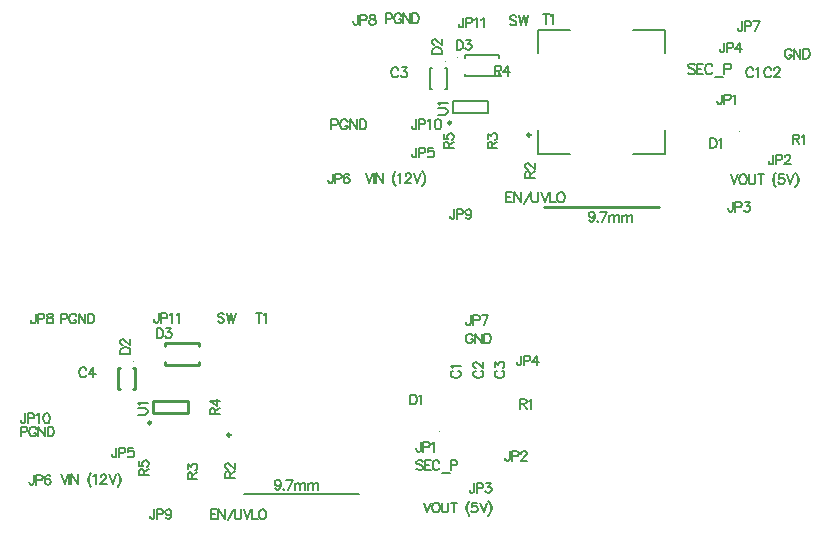
<source format=gto>
G04*
<<<<<<< HEAD
G04 #@! TF.GenerationSoftware,Altium Limited,Altium Designer,22.2.1 (43)*
=======
G04 #@! TF.GenerationSoftware,Altium Limited,Altium Designer,20.2.6 (244)*
>>>>>>> 4e0b3683575d4fa8bc2fa5a38cc8482e5bfbb278
G04*
G04 Layer_Color=65535*
%FSLAX25Y25*%
%MOIN*%
G70*
G04*
<<<<<<< HEAD
G04 #@! TF.SameCoordinates,349ACB13-1475-4CFD-A425-034749F407B6*
=======
G04 #@! TF.SameCoordinates,39F16B55-C1F7-43D0-B861-395FF0F2765C*
>>>>>>> 4e0b3683575d4fa8bc2fa5a38cc8482e5bfbb278
G04*
G04*
G04 #@! TF.FilePolarity,Positive*
G04*
G01*
G75*
%ADD10C,0.00984*%
%ADD11C,0.00394*%
<<<<<<< HEAD
%ADD12C,0.01000*%
%ADD13C,0.00787*%
%ADD14C,0.00620*%
D10*
X71713Y32622D02*
G03*
X71713Y32622I-492J0D01*
G01*
X45264Y36685D02*
G03*
X45264Y36685I-492J0D01*
G01*
D11*
X141374Y33811D02*
G03*
X141374Y33811I-197J0D01*
G01*
X47528Y62354D02*
G03*
X47528Y62354I-197J0D01*
G01*
X39425Y57039D02*
G03*
X39425Y57039I-197J0D01*
G01*
D12*
X76378Y12992D02*
X114567D01*
D13*
X61209Y56055D02*
Y56842D01*
X49791Y56055D02*
Y56842D01*
X61209Y62354D02*
Y63142D01*
X49791Y62354D02*
Y63142D01*
Y56055D02*
X61209D01*
X49791Y63142D02*
X61209D01*
X45854Y43968D02*
X57665D01*
X45854Y40031D02*
X57665D01*
Y43968D01*
X45854Y40031D02*
Y43968D01*
X39819Y47787D02*
Y54874D01*
X34307Y47787D02*
Y54874D01*
X39228D02*
X39819D01*
X39228Y47787D02*
X39819D01*
X34307Y54874D02*
X34898D01*
X34307Y47787D02*
X34898D01*
D14*
X81315Y73263D02*
Y70044D01*
X80242Y73263D02*
X82388D01*
X82771Y72650D02*
X83078Y72803D01*
X83538Y73263D01*
Y70044D01*
X88440Y16546D02*
X88286Y16086D01*
X87980Y15779D01*
X87520Y15626D01*
X87367D01*
X86907Y15779D01*
X86600Y16086D01*
X86447Y16546D01*
Y16699D01*
X86600Y17159D01*
X86907Y17466D01*
X87367Y17619D01*
X87520D01*
X87980Y17466D01*
X88286Y17159D01*
X88440Y16546D01*
Y15779D01*
X88286Y15013D01*
X87980Y14553D01*
X87520Y14400D01*
X87213D01*
X86753Y14553D01*
X86600Y14859D01*
X89467Y14706D02*
X89314Y14553D01*
X89467Y14400D01*
X89620Y14553D01*
X89467Y14706D01*
X92471Y17619D02*
X90939Y14400D01*
X90325Y17619D02*
X92471D01*
X93192Y16546D02*
Y14400D01*
Y15933D02*
X93652Y16392D01*
X93958Y16546D01*
X94418D01*
X94725Y16392D01*
X94878Y15933D01*
Y14400D01*
Y15933D02*
X95338Y16392D01*
X95645Y16546D01*
X96105D01*
X96411Y16392D01*
X96565Y15933D01*
Y14400D01*
X97576Y16546D02*
Y14400D01*
Y15933D02*
X98036Y16392D01*
X98343Y16546D01*
X98803D01*
X99109Y16392D01*
X99263Y15933D01*
Y14400D01*
Y15933D02*
X99723Y16392D01*
X100029Y16546D01*
X100489D01*
X100796Y16392D01*
X100949Y15933D01*
Y14400D01*
X135837Y23744D02*
X135530Y24050D01*
X135071Y24204D01*
X134457D01*
X133997Y24050D01*
X133691Y23744D01*
Y23437D01*
X133844Y23131D01*
X133997Y22977D01*
X134304Y22824D01*
X135224Y22517D01*
X135530Y22364D01*
X135684Y22211D01*
X135837Y21904D01*
Y21444D01*
X135530Y21138D01*
X135071Y20984D01*
X134457D01*
X133997Y21138D01*
X133691Y21444D01*
X138550Y24204D02*
X136558D01*
Y20984D01*
X138550D01*
X136558Y22671D02*
X137784D01*
X141386Y23437D02*
X141233Y23744D01*
X140927Y24050D01*
X140620Y24204D01*
X140007D01*
X139700Y24050D01*
X139394Y23744D01*
X139240Y23437D01*
X139087Y22977D01*
Y22211D01*
X139240Y21751D01*
X139394Y21444D01*
X139700Y21138D01*
X140007Y20984D01*
X140620D01*
X140927Y21138D01*
X141233Y21444D01*
X141386Y21751D01*
X142291Y19911D02*
X144744D01*
X145158Y22517D02*
X146537D01*
X146997Y22671D01*
X147151Y22824D01*
X147304Y23131D01*
Y23591D01*
X147151Y23897D01*
X146997Y24050D01*
X146537Y24204D01*
X145158D01*
Y20984D01*
X131648Y46098D02*
Y42878D01*
Y46098D02*
X132721D01*
X133181Y45944D01*
X133488Y45638D01*
X133641Y45331D01*
X133794Y44871D01*
Y44105D01*
X133641Y43645D01*
X133488Y43338D01*
X133181Y43032D01*
X132721Y42878D01*
X131648D01*
X134515Y45485D02*
X134821Y45638D01*
X135281Y46098D01*
Y42878D01*
X160574Y53955D02*
X160268Y53802D01*
X159961Y53495D01*
X159808Y53189D01*
Y52575D01*
X159961Y52269D01*
X160268Y51962D01*
X160574Y51809D01*
X161034Y51656D01*
X161801D01*
X162260Y51809D01*
X162567Y51962D01*
X162874Y52269D01*
X163027Y52575D01*
Y53189D01*
X162874Y53495D01*
X162567Y53802D01*
X162260Y53955D01*
X159808Y55166D02*
Y56853D01*
X161034Y55933D01*
Y56393D01*
X161187Y56699D01*
X161341Y56853D01*
X161801Y57006D01*
X162107D01*
X162567Y56853D01*
X162874Y56546D01*
X163027Y56086D01*
Y55626D01*
X162874Y55166D01*
X162720Y55013D01*
X162414Y54860D01*
X151759Y72476D02*
Y70023D01*
X151606Y69563D01*
X151453Y69410D01*
X151146Y69257D01*
X150839D01*
X150533Y69410D01*
X150380Y69563D01*
X150226Y70023D01*
Y70330D01*
X152587Y70789D02*
X153967D01*
X154427Y70943D01*
X154580Y71096D01*
X154733Y71403D01*
Y71863D01*
X154580Y72169D01*
X154427Y72322D01*
X153967Y72476D01*
X152587D01*
Y69257D01*
X157600Y72476D02*
X156067Y69257D01*
X155454Y72476D02*
X157600D01*
X152964Y16570D02*
Y14118D01*
X152811Y13658D01*
X152658Y13504D01*
X152351Y13351D01*
X152044D01*
X151738Y13504D01*
X151584Y13658D01*
X151431Y14118D01*
Y14424D01*
X153792Y14884D02*
X155172D01*
X155632Y15037D01*
X155785Y15191D01*
X155938Y15497D01*
Y15957D01*
X155785Y16264D01*
X155632Y16417D01*
X155172Y16570D01*
X153792D01*
Y13351D01*
X156965Y16570D02*
X158652D01*
X157732Y15344D01*
X158192D01*
X158498Y15191D01*
X158652Y15037D01*
X158805Y14577D01*
Y14271D01*
X158652Y13811D01*
X158345Y13504D01*
X157885Y13351D01*
X157425D01*
X156965Y13504D01*
X156812Y13658D01*
X156659Y13964D01*
X1801Y33649D02*
X3181D01*
X3641Y33802D01*
X3794Y33956D01*
X3947Y34262D01*
Y34722D01*
X3794Y35029D01*
X3641Y35182D01*
X3181Y35335D01*
X1801D01*
Y32116D01*
X6967Y34569D02*
X6814Y34876D01*
X6507Y35182D01*
X6201Y35335D01*
X5588D01*
X5281Y35182D01*
X4974Y34876D01*
X4821Y34569D01*
X4668Y34109D01*
Y33342D01*
X4821Y32883D01*
X4974Y32576D01*
X5281Y32269D01*
X5588Y32116D01*
X6201D01*
X6507Y32269D01*
X6814Y32576D01*
X6967Y32883D01*
Y33342D01*
X6201D02*
X6967D01*
X7703Y35335D02*
Y32116D01*
Y35335D02*
X9849Y32116D01*
Y35335D02*
Y32116D01*
X10739Y35335D02*
Y32116D01*
Y35335D02*
X11812D01*
X12271Y35182D01*
X12578Y34876D01*
X12731Y34569D01*
X12885Y34109D01*
Y33342D01*
X12731Y32883D01*
X12578Y32576D01*
X12271Y32269D01*
X11812Y32116D01*
X10739D01*
X33725Y28381D02*
Y25929D01*
X33571Y25469D01*
X33418Y25315D01*
X33112Y25162D01*
X32805D01*
X32498Y25315D01*
X32345Y25469D01*
X32192Y25929D01*
Y26235D01*
X34553Y26695D02*
X35932D01*
X36392Y26848D01*
X36546Y27002D01*
X36699Y27308D01*
Y27768D01*
X36546Y28075D01*
X36392Y28228D01*
X35932Y28381D01*
X34553D01*
Y25162D01*
X39259Y28381D02*
X37726D01*
X37573Y27002D01*
X37726Y27155D01*
X38186Y27308D01*
X38646D01*
X39106Y27155D01*
X39412Y26848D01*
X39566Y26388D01*
Y26082D01*
X39412Y25622D01*
X39106Y25315D01*
X38646Y25162D01*
X38186D01*
X37726Y25315D01*
X37573Y25469D01*
X37419Y25775D01*
X47100Y68145D02*
Y64926D01*
Y68145D02*
X48173D01*
X48633Y67992D01*
X48939Y67685D01*
X49093Y67379D01*
X49246Y66919D01*
Y66152D01*
X49093Y65692D01*
X48939Y65386D01*
X48633Y65079D01*
X48173Y64926D01*
X47100D01*
X50273Y68145D02*
X51960D01*
X51040Y66919D01*
X51500D01*
X51806Y66765D01*
X51960Y66612D01*
X52113Y66152D01*
Y65846D01*
X51960Y65386D01*
X51653Y65079D01*
X51193Y64926D01*
X50733D01*
X50273Y65079D01*
X50120Y65232D01*
X49967Y65539D01*
X6191Y19249D02*
Y16797D01*
X6037Y16337D01*
X5884Y16183D01*
X5577Y16030D01*
X5271D01*
X4964Y16183D01*
X4811Y16337D01*
X4657Y16797D01*
Y17103D01*
X7018Y17563D02*
X8398D01*
X8858Y17716D01*
X9011Y17870D01*
X9165Y18176D01*
Y18636D01*
X9011Y18943D01*
X8858Y19096D01*
X8398Y19249D01*
X7018D01*
Y16030D01*
X11725Y18789D02*
X11571Y19096D01*
X11111Y19249D01*
X10805D01*
X10345Y19096D01*
X10038Y18636D01*
X9885Y17870D01*
Y17103D01*
X10038Y16490D01*
X10345Y16183D01*
X10805Y16030D01*
X10958D01*
X11418Y16183D01*
X11725Y16490D01*
X11878Y16950D01*
Y17103D01*
X11725Y17563D01*
X11418Y17870D01*
X10958Y18023D01*
X10805D01*
X10345Y17870D01*
X10038Y17563D01*
X9885Y17103D01*
X15187Y19479D02*
X16413Y16260D01*
X17640Y19479D02*
X16413Y16260D01*
X18054Y19479D02*
Y16260D01*
X18728Y19479D02*
Y16260D01*
Y19479D02*
X20874Y16260D01*
Y19479D02*
Y16260D01*
X25366Y20092D02*
X25060Y19786D01*
X24753Y19326D01*
X24446Y18713D01*
X24293Y17946D01*
Y17333D01*
X24446Y16567D01*
X24753Y15953D01*
X25060Y15494D01*
X25366Y15187D01*
X25060Y19786D02*
X24753Y19173D01*
X24600Y18713D01*
X24446Y17946D01*
Y17333D01*
X24600Y16567D01*
X24753Y16107D01*
X25060Y15494D01*
X25979Y18866D02*
X26286Y19019D01*
X26746Y19479D01*
Y16260D01*
X28493Y18713D02*
Y18866D01*
X28647Y19173D01*
X28800Y19326D01*
X29107Y19479D01*
X29720D01*
X30026Y19326D01*
X30180Y19173D01*
X30333Y18866D01*
Y18560D01*
X30180Y18253D01*
X29873Y17793D01*
X28340Y16260D01*
X30486D01*
X31207Y19479D02*
X32433Y16260D01*
X33660Y19479D02*
X32433Y16260D01*
X34074Y20092D02*
X34380Y19786D01*
X34687Y19326D01*
X34993Y18713D01*
X35147Y17946D01*
Y17333D01*
X34993Y16567D01*
X34687Y15953D01*
X34380Y15494D01*
X34074Y15187D01*
X34380Y19786D02*
X34687Y19173D01*
X34840Y18713D01*
X34993Y17946D01*
Y17333D01*
X34840Y16567D01*
X34687Y16107D01*
X34380Y15494D01*
X23563Y54387D02*
X23410Y54693D01*
X23104Y55000D01*
X22797Y55153D01*
X22184D01*
X21877Y55000D01*
X21571Y54693D01*
X21417Y54387D01*
X21264Y53927D01*
Y53160D01*
X21417Y52700D01*
X21571Y52394D01*
X21877Y52087D01*
X22184Y51934D01*
X22797D01*
X23104Y52087D01*
X23410Y52394D01*
X23563Y52700D01*
X26001Y55153D02*
X24468Y53007D01*
X26768D01*
X26001Y55153D02*
Y51934D01*
X67180Y7842D02*
X65187D01*
Y4623D01*
X67180D01*
X65187Y6310D02*
X66413D01*
X67716Y7842D02*
Y4623D01*
Y7842D02*
X69863Y4623D01*
Y7842D02*
Y4623D01*
X70752Y4163D02*
X72898Y7842D01*
X73113D02*
Y5543D01*
X73266Y5083D01*
X73572Y4777D01*
X74032Y4623D01*
X74339D01*
X74799Y4777D01*
X75106Y5083D01*
X75259Y5543D01*
Y7842D01*
X76148D02*
X77374Y4623D01*
X78601Y7842D02*
X77374Y4623D01*
X79015Y7842D02*
Y4623D01*
X80854D01*
X82127Y7842D02*
X81820Y7689D01*
X81513Y7383D01*
X81360Y7076D01*
X81207Y6616D01*
Y5850D01*
X81360Y5390D01*
X81513Y5083D01*
X81820Y4777D01*
X82127Y4623D01*
X82740D01*
X83047Y4777D01*
X83353Y5083D01*
X83506Y5390D01*
X83660Y5850D01*
Y6616D01*
X83506Y7076D01*
X83353Y7383D01*
X83047Y7689D01*
X82740Y7842D01*
X82127D01*
X64926Y39543D02*
X68145D01*
X64926D02*
Y40923D01*
X65079Y41383D01*
X65232Y41536D01*
X65539Y41689D01*
X65846D01*
X66152Y41536D01*
X66306Y41383D01*
X66459Y40923D01*
Y39543D01*
Y40616D02*
X68145Y41689D01*
X64926Y43943D02*
X67072Y42410D01*
Y44709D01*
X64926Y43943D02*
X68145D01*
X69695Y72803D02*
X69389Y73110D01*
X68929Y73263D01*
X68316D01*
X67856Y73110D01*
X67549Y72803D01*
Y72497D01*
X67702Y72190D01*
X67856Y72037D01*
X68162Y71883D01*
X69082Y71577D01*
X69389Y71424D01*
X69542Y71270D01*
X69695Y70964D01*
Y70504D01*
X69389Y70197D01*
X68929Y70044D01*
X68316D01*
X67856Y70197D01*
X67549Y70504D01*
X70416Y73263D02*
X71182Y70044D01*
X71949Y73263D02*
X71182Y70044D01*
X71949Y73263D02*
X72715Y70044D01*
X73482Y73263D02*
X72715Y70044D01*
X47749Y73263D02*
Y70810D01*
X47596Y70350D01*
X47443Y70197D01*
X47136Y70044D01*
X46830D01*
X46523Y70197D01*
X46370Y70350D01*
X46216Y70810D01*
Y71117D01*
X48577Y71577D02*
X49957D01*
X50417Y71730D01*
X50570Y71883D01*
X50723Y72190D01*
Y72650D01*
X50570Y72957D01*
X50417Y73110D01*
X49957Y73263D01*
X48577D01*
Y70044D01*
X51444Y72650D02*
X51750Y72803D01*
X52210Y73263D01*
Y70044D01*
X53805Y72650D02*
X54111Y72803D01*
X54571Y73263D01*
Y70044D01*
X152526Y65671D02*
X152373Y65978D01*
X152066Y66284D01*
X151759Y66438D01*
X151146D01*
X150839Y66284D01*
X150533Y65978D01*
X150380Y65671D01*
X150226Y65211D01*
Y64445D01*
X150380Y63985D01*
X150533Y63678D01*
X150839Y63372D01*
X151146Y63218D01*
X151759D01*
X152066Y63372D01*
X152373Y63678D01*
X152526Y63985D01*
Y64445D01*
X151759D02*
X152526D01*
X153262Y66438D02*
Y63218D01*
Y66438D02*
X155408Y63218D01*
Y66438D02*
Y63218D01*
X156297Y66438D02*
Y63218D01*
Y66438D02*
X157370D01*
X157830Y66284D01*
X158137Y65978D01*
X158290Y65671D01*
X158443Y65211D01*
Y64445D01*
X158290Y63985D01*
X158137Y63678D01*
X157830Y63372D01*
X157370Y63218D01*
X156297D01*
X136147Y10030D02*
X137374Y6811D01*
X138600Y10030D02*
X137374Y6811D01*
X139934Y10030D02*
X139627Y9877D01*
X139321Y9571D01*
X139167Y9264D01*
X139014Y8804D01*
Y8038D01*
X139167Y7578D01*
X139321Y7271D01*
X139627Y6965D01*
X139934Y6811D01*
X140547D01*
X140854Y6965D01*
X141160Y7271D01*
X141313Y7578D01*
X141467Y8038D01*
Y8804D01*
X141313Y9264D01*
X141160Y9571D01*
X140854Y9877D01*
X140547Y10030D01*
X139934D01*
X142218D02*
Y7731D01*
X142371Y7271D01*
X142678Y6965D01*
X143138Y6811D01*
X143444D01*
X143904Y6965D01*
X144211Y7271D01*
X144364Y7731D01*
Y10030D01*
X146326D02*
Y6811D01*
X145253Y10030D02*
X147399D01*
X151385Y10644D02*
X151079Y10337D01*
X150772Y9877D01*
X150465Y9264D01*
X150312Y8497D01*
Y7884D01*
X150465Y7118D01*
X150772Y6505D01*
X151079Y6045D01*
X151385Y5738D01*
X151079Y10337D02*
X150772Y9724D01*
X150619Y9264D01*
X150465Y8497D01*
Y7884D01*
X150619Y7118D01*
X150772Y6658D01*
X151079Y6045D01*
X153838Y10030D02*
X152305D01*
X152152Y8651D01*
X152305Y8804D01*
X152765Y8957D01*
X153225D01*
X153685Y8804D01*
X153991Y8497D01*
X154145Y8038D01*
Y7731D01*
X153991Y7271D01*
X153685Y6965D01*
X153225Y6811D01*
X152765D01*
X152305Y6965D01*
X152152Y7118D01*
X151998Y7424D01*
X154865Y10030D02*
X156092Y6811D01*
X157318Y10030D02*
X156092Y6811D01*
X157732Y10644D02*
X158038Y10337D01*
X158345Y9877D01*
X158652Y9264D01*
X158805Y8497D01*
Y7884D01*
X158652Y7118D01*
X158345Y6505D01*
X158038Y6045D01*
X157732Y5738D01*
X158038Y10337D02*
X158345Y9724D01*
X158498Y9264D01*
X158652Y8497D01*
Y7884D01*
X158498Y7118D01*
X158345Y6658D01*
X158038Y6045D01*
X15187Y71327D02*
X16567D01*
X17027Y71480D01*
X17180Y71633D01*
X17333Y71940D01*
Y72400D01*
X17180Y72706D01*
X17027Y72860D01*
X16567Y73013D01*
X15187D01*
Y69794D01*
X20353Y72246D02*
X20200Y72553D01*
X19893Y72860D01*
X19587Y73013D01*
X18973D01*
X18667Y72860D01*
X18360Y72553D01*
X18207Y72246D01*
X18054Y71787D01*
Y71020D01*
X18207Y70560D01*
X18360Y70254D01*
X18667Y69947D01*
X18973Y69794D01*
X19587D01*
X19893Y69947D01*
X20200Y70254D01*
X20353Y70560D01*
Y71020D01*
X19587D02*
X20353D01*
X21089Y73013D02*
Y69794D01*
Y73013D02*
X23235Y69794D01*
Y73013D02*
Y69794D01*
X24124Y73013D02*
Y69794D01*
Y73013D02*
X25197D01*
X25657Y72860D01*
X25964Y72553D01*
X26117Y72246D01*
X26270Y71787D01*
Y71020D01*
X26117Y70560D01*
X25964Y70254D01*
X25657Y69947D01*
X25197Y69794D01*
X24124D01*
X6733Y73019D02*
Y70566D01*
X6580Y70107D01*
X6426Y69953D01*
X6120Y69800D01*
X5813D01*
X5507Y69953D01*
X5353Y70107D01*
X5200Y70566D01*
Y70873D01*
X7561Y71333D02*
X8941D01*
X9400Y71486D01*
X9554Y71640D01*
X9707Y71946D01*
Y72406D01*
X9554Y72713D01*
X9400Y72866D01*
X8941Y73019D01*
X7561D01*
Y69800D01*
X11194Y73019D02*
X10734Y72866D01*
X10581Y72559D01*
Y72253D01*
X10734Y71946D01*
X11041Y71793D01*
X11654Y71640D01*
X12114Y71486D01*
X12421Y71180D01*
X12574Y70873D01*
Y70413D01*
X12421Y70107D01*
X12267Y69953D01*
X11807Y69800D01*
X11194D01*
X10734Y69953D01*
X10581Y70107D01*
X10428Y70413D01*
Y70873D01*
X10581Y71180D01*
X10887Y71486D01*
X11347Y71640D01*
X11961Y71793D01*
X12267Y71946D01*
X12421Y72253D01*
Y72559D01*
X12267Y72866D01*
X11807Y73019D01*
X11194D01*
X168262Y44523D02*
Y41304D01*
Y44523D02*
X169642D01*
X170102Y44370D01*
X170255Y44216D01*
X170408Y43910D01*
Y43603D01*
X170255Y43297D01*
X170102Y43143D01*
X169642Y42990D01*
X168262D01*
X169335D02*
X170408Y41304D01*
X171129Y43910D02*
X171435Y44063D01*
X171895Y44523D01*
Y41304D01*
X135224Y30307D02*
Y27854D01*
X135071Y27394D01*
X134917Y27240D01*
X134611Y27087D01*
X134304D01*
X133997Y27240D01*
X133844Y27394D01*
X133691Y27854D01*
Y28160D01*
X136052Y28620D02*
X137431D01*
X137891Y28773D01*
X138045Y28927D01*
X138198Y29233D01*
Y29693D01*
X138045Y30000D01*
X137891Y30153D01*
X137431Y30307D01*
X136052D01*
Y27087D01*
X138918Y29693D02*
X139225Y29847D01*
X139685Y30307D01*
Y27087D01*
X153488Y53955D02*
X153181Y53802D01*
X152874Y53495D01*
X152721Y53189D01*
Y52575D01*
X152874Y52269D01*
X153181Y51962D01*
X153488Y51809D01*
X153947Y51656D01*
X154714D01*
X155174Y51809D01*
X155481Y51962D01*
X155787Y52269D01*
X155940Y52575D01*
Y53189D01*
X155787Y53495D01*
X155481Y53802D01*
X155174Y53955D01*
X153488Y55013D02*
X153334D01*
X153028Y55166D01*
X152874Y55319D01*
X152721Y55626D01*
Y56239D01*
X152874Y56546D01*
X153028Y56699D01*
X153334Y56853D01*
X153641D01*
X153947Y56699D01*
X154407Y56393D01*
X155940Y54860D01*
Y57006D01*
X146007Y53955D02*
X145701Y53802D01*
X145394Y53495D01*
X145241Y53189D01*
Y52575D01*
X145394Y52269D01*
X145701Y51962D01*
X146007Y51809D01*
X146467Y51656D01*
X147234D01*
X147694Y51809D01*
X148000Y51962D01*
X148307Y52269D01*
X148460Y52575D01*
Y53189D01*
X148307Y53495D01*
X148000Y53802D01*
X147694Y53955D01*
X145854Y54860D02*
X145701Y55166D01*
X145241Y55626D01*
X148460D01*
X40910Y39438D02*
X43209D01*
X43669Y39591D01*
X43976Y39898D01*
X44129Y40358D01*
Y40664D01*
X43976Y41124D01*
X43669Y41431D01*
X43209Y41584D01*
X40910D01*
X41523Y42473D02*
X41370Y42780D01*
X40910Y43240D01*
X44129D01*
X41304Y19147D02*
X44523D01*
X41304D02*
Y20527D01*
X41457Y20987D01*
X41610Y21140D01*
X41917Y21293D01*
X42224D01*
X42530Y21140D01*
X42683Y20987D01*
X42837Y20527D01*
Y19147D01*
Y20220D02*
X44523Y21293D01*
X41304Y23853D02*
Y22320D01*
X42683Y22167D01*
X42530Y22320D01*
X42377Y22780D01*
Y23240D01*
X42530Y23700D01*
X42837Y24007D01*
X43297Y24160D01*
X43603D01*
X44063Y24007D01*
X44370Y23700D01*
X44523Y23240D01*
Y22780D01*
X44370Y22320D01*
X44216Y22167D01*
X43910Y22014D01*
X57446Y17966D02*
X60665D01*
X57446D02*
Y19346D01*
X57599Y19806D01*
X57752Y19959D01*
X58059Y20112D01*
X58365D01*
X58672Y19959D01*
X58825Y19806D01*
X58978Y19346D01*
Y17966D01*
Y19039D02*
X60665Y20112D01*
X57446Y21139D02*
Y22826D01*
X58672Y21906D01*
Y22366D01*
X58825Y22672D01*
X58978Y22826D01*
X59438Y22979D01*
X59745D01*
X60205Y22826D01*
X60511Y22519D01*
X60665Y22059D01*
Y21599D01*
X60511Y21139D01*
X60358Y20986D01*
X60052Y20833D01*
X70044Y18360D02*
X73263D01*
X70044D02*
Y19739D01*
X70197Y20199D01*
X70350Y20353D01*
X70657Y20506D01*
X70964D01*
X71270Y20353D01*
X71424Y20199D01*
X71577Y19739D01*
Y18360D01*
Y19433D02*
X73263Y20506D01*
X70810Y21380D02*
X70657D01*
X70350Y21533D01*
X70197Y21686D01*
X70044Y21993D01*
Y22606D01*
X70197Y22913D01*
X70350Y23066D01*
X70657Y23219D01*
X70964D01*
X71270Y23066D01*
X71730Y22759D01*
X73263Y21226D01*
Y23373D01*
X3334Y39799D02*
Y37346D01*
X3181Y36886D01*
X3028Y36733D01*
X2721Y36579D01*
X2414D01*
X2108Y36733D01*
X1954Y36886D01*
X1801Y37346D01*
Y37652D01*
X4162Y38112D02*
X5542D01*
X6002Y38266D01*
X6155Y38419D01*
X6308Y38726D01*
Y39185D01*
X6155Y39492D01*
X6002Y39645D01*
X5542Y39799D01*
X4162D01*
Y36579D01*
X7029Y39185D02*
X7335Y39339D01*
X7795Y39799D01*
Y36579D01*
X10309Y39799D02*
X9849Y39645D01*
X9543Y39185D01*
X9390Y38419D01*
Y37959D01*
X9543Y37192D01*
X9849Y36733D01*
X10309Y36579D01*
X10616D01*
X11076Y36733D01*
X11382Y37192D01*
X11536Y37959D01*
Y38419D01*
X11382Y39185D01*
X11076Y39645D01*
X10616Y39799D01*
X10309D01*
X46348Y7909D02*
Y5456D01*
X46195Y4996D01*
X46041Y4843D01*
X45735Y4690D01*
X45428D01*
X45122Y4843D01*
X44968Y4996D01*
X44815Y5456D01*
Y5763D01*
X47176Y6223D02*
X48555D01*
X49015Y6376D01*
X49169Y6529D01*
X49322Y6836D01*
Y7296D01*
X49169Y7602D01*
X49015Y7756D01*
X48555Y7909D01*
X47176D01*
Y4690D01*
X52035Y6836D02*
X51882Y6376D01*
X51575Y6069D01*
X51116Y5916D01*
X50962D01*
X50502Y6069D01*
X50196Y6376D01*
X50042Y6836D01*
Y6989D01*
X50196Y7449D01*
X50502Y7756D01*
X50962Y7909D01*
X51116D01*
X51575Y7756D01*
X51882Y7449D01*
X52035Y6836D01*
Y6069D01*
X51882Y5303D01*
X51575Y4843D01*
X51116Y4690D01*
X50809D01*
X50349Y4843D01*
X50196Y5150D01*
X168636Y59090D02*
Y56637D01*
X168482Y56177D01*
X168329Y56024D01*
X168022Y55871D01*
X167716D01*
X167409Y56024D01*
X167256Y56177D01*
X167103Y56637D01*
Y56944D01*
X169463Y57404D02*
X170843D01*
X171303Y57557D01*
X171456Y57710D01*
X171610Y58017D01*
Y58477D01*
X171456Y58783D01*
X171303Y58937D01*
X170843Y59090D01*
X169463D01*
Y55871D01*
X173863Y59090D02*
X172330Y56944D01*
X174630D01*
X173863Y59090D02*
Y55871D01*
X164775Y27200D02*
Y24747D01*
X164622Y24287D01*
X164469Y24134D01*
X164162Y23981D01*
X163855D01*
X163549Y24134D01*
X163396Y24287D01*
X163242Y24747D01*
Y25054D01*
X165603Y25514D02*
X166983D01*
X167443Y25667D01*
X167596Y25820D01*
X167749Y26127D01*
Y26587D01*
X167596Y26894D01*
X167443Y27047D01*
X166983Y27200D01*
X165603D01*
Y23981D01*
X168623Y26434D02*
Y26587D01*
X168776Y26894D01*
X168930Y27047D01*
X169236Y27200D01*
X169850D01*
X170156Y27047D01*
X170309Y26894D01*
X170463Y26587D01*
Y26280D01*
X170309Y25974D01*
X170003Y25514D01*
X168470Y23981D01*
X170616D01*
X35004Y59698D02*
X38224D01*
X35004D02*
Y60771D01*
X35158Y61231D01*
X35464Y61538D01*
X35771Y61691D01*
X36231Y61844D01*
X36997D01*
X37457Y61691D01*
X37764Y61538D01*
X38070Y61231D01*
X38224Y60771D01*
Y59698D01*
X35771Y62718D02*
X35618D01*
X35311Y62872D01*
X35158Y63025D01*
X35004Y63332D01*
Y63945D01*
X35158Y64251D01*
X35311Y64405D01*
X35618Y64558D01*
X35924D01*
X36231Y64405D01*
X36691Y64098D01*
X38224Y62565D01*
Y64711D01*
=======
%ADD12C,0.00787*%
%ADD13C,0.01000*%
%ADD14C,0.00620*%
D10*
X171713Y132622D02*
G03*
X171713Y132622I-492J0D01*
G01*
X145264Y136685D02*
G03*
X145264Y136685I-492J0D01*
G01*
D11*
X147528Y158417D02*
G03*
X147528Y158417I-197J0D01*
G01*
X143362Y157039D02*
G03*
X143362Y157039I-197J0D01*
G01*
X241374Y133811D02*
G03*
X241374Y133811I-197J0D01*
G01*
D12*
X216650Y159854D02*
Y167697D01*
Y126216D02*
Y134287D01*
X174197Y159807D02*
Y167697D01*
Y126216D02*
Y134142D01*
Y126216D02*
X184810D01*
X206036D02*
X216650D01*
X174197Y167697D02*
X184810D01*
X206036D02*
X216650D01*
X145854Y143968D02*
X157665D01*
X145854Y140032D02*
X157665D01*
Y143968D01*
X145854Y140032D02*
Y143968D01*
X149791Y159205D02*
X161209D01*
X149791Y152118D02*
X161209D01*
X149791Y158417D02*
Y159205D01*
X161209Y158417D02*
Y159205D01*
X149791Y152118D02*
Y152905D01*
X161209Y152118D02*
Y152905D01*
X143756Y147787D02*
Y154874D01*
X138244Y147787D02*
Y154874D01*
X143165D02*
X143756D01*
X143165Y147787D02*
X143756D01*
X138244Y154874D02*
X138835D01*
X138244Y147787D02*
X138835D01*
D13*
X176378Y108661D02*
X214567D01*
D14*
X176952Y172959D02*
Y169560D01*
X175819Y172959D02*
X178085D01*
X178490Y172312D02*
X178814Y172474D01*
X179299Y172959D01*
Y169560D01*
X242334Y170507D02*
Y168054D01*
X242181Y167595D01*
X242028Y167441D01*
X241721Y167288D01*
X241414D01*
X241108Y167441D01*
X240955Y167595D01*
X240801Y168054D01*
Y168361D01*
X243162Y168821D02*
X244542D01*
X245002Y168974D01*
X245155Y169128D01*
X245308Y169434D01*
Y169894D01*
X245155Y170201D01*
X245002Y170354D01*
X244542Y170507D01*
X243162D01*
Y167288D01*
X248175Y170507D02*
X246642Y167288D01*
X246029Y170507D02*
X248175D01*
X226508Y155848D02*
X226185Y156172D01*
X225699Y156333D01*
X225051D01*
X224566Y156172D01*
X224242Y155848D01*
Y155524D01*
X224404Y155200D01*
X224566Y155038D01*
X224889Y154877D01*
X225861Y154553D01*
X226185Y154391D01*
X226346Y154229D01*
X226508Y153905D01*
Y153420D01*
X226185Y153096D01*
X225699Y152934D01*
X225051D01*
X224566Y153096D01*
X224242Y153420D01*
X229373Y156333D02*
X227269D01*
Y152934D01*
X229373D01*
X227269Y154715D02*
X228564D01*
X232368Y155524D02*
X232206Y155848D01*
X231882Y156172D01*
X231559Y156333D01*
X230911D01*
X230587Y156172D01*
X230264Y155848D01*
X230102Y155524D01*
X229940Y155038D01*
Y154229D01*
X230102Y153744D01*
X230264Y153420D01*
X230587Y153096D01*
X230911Y152934D01*
X231559D01*
X231882Y153096D01*
X232206Y153420D01*
X232368Y153744D01*
X233323Y151801D02*
X235913D01*
X236350Y154553D02*
X237807D01*
X238292Y154715D01*
X238454Y154877D01*
X238616Y155200D01*
Y155686D01*
X238454Y156010D01*
X238292Y156172D01*
X237807Y156333D01*
X236350D01*
Y152934D01*
X165716Y113560D02*
X163612D01*
Y110161D01*
X165716D01*
X163612Y111941D02*
X164907D01*
X166283Y113560D02*
Y110161D01*
Y113560D02*
X168549Y110161D01*
Y113560D02*
Y110161D01*
X169488Y109675D02*
X171754Y113560D01*
X171981D02*
Y111132D01*
X172143Y110646D01*
X172466Y110323D01*
X172952Y110161D01*
X173276D01*
X173761Y110323D01*
X174085Y110646D01*
X174247Y111132D01*
Y113560D01*
X175186D02*
X176481Y110161D01*
X177776Y113560D02*
X176481Y110161D01*
X178213Y113560D02*
Y110161D01*
X180155D01*
X181499Y113560D02*
X181175Y113398D01*
X180851Y113074D01*
X180689Y112751D01*
X180528Y112265D01*
Y111456D01*
X180689Y110970D01*
X180851Y110646D01*
X181175Y110323D01*
X181499Y110161D01*
X182146D01*
X182470Y110323D01*
X182794Y110646D01*
X182956Y110970D01*
X183117Y111456D01*
Y112265D01*
X182956Y112751D01*
X182794Y113074D01*
X182470Y113398D01*
X182146Y113560D01*
X181499D01*
X105344Y136097D02*
X106801D01*
X107287Y136259D01*
X107449Y136421D01*
X107611Y136744D01*
Y137230D01*
X107449Y137554D01*
X107287Y137716D01*
X106801Y137878D01*
X105344D01*
Y134478D01*
X110799Y137068D02*
X110638Y137392D01*
X110314Y137716D01*
X109990Y137878D01*
X109343D01*
X109019Y137716D01*
X108695Y137392D01*
X108533Y137068D01*
X108371Y136583D01*
Y135773D01*
X108533Y135288D01*
X108695Y134964D01*
X109019Y134640D01*
X109343Y134478D01*
X109990D01*
X110314Y134640D01*
X110638Y134964D01*
X110799Y135288D01*
Y135773D01*
X109990D02*
X110799D01*
X111576Y137878D02*
Y134478D01*
Y137878D02*
X113843Y134478D01*
Y137878D02*
Y134478D01*
X114781Y137878D02*
Y134478D01*
Y137878D02*
X115914D01*
X116400Y137716D01*
X116724Y137392D01*
X116886Y137068D01*
X117048Y136583D01*
Y135773D01*
X116886Y135288D01*
X116724Y134964D01*
X116400Y134640D01*
X115914Y134478D01*
X114781D01*
X167059Y172038D02*
X166736Y172361D01*
X166250Y172523D01*
X165603D01*
X165117Y172361D01*
X164793Y172038D01*
Y171714D01*
X164955Y171390D01*
X165117Y171228D01*
X165441Y171066D01*
X166412Y170743D01*
X166736Y170581D01*
X166897Y170419D01*
X167059Y170095D01*
Y169609D01*
X166736Y169286D01*
X166250Y169124D01*
X165603D01*
X165117Y169286D01*
X164793Y169609D01*
X167820Y172523D02*
X168630Y169124D01*
X169439Y172523D02*
X168630Y169124D01*
X169439Y172523D02*
X170248Y169124D01*
X171058Y172523D02*
X170248Y169124D01*
X149324Y171688D02*
Y169236D01*
X149171Y168776D01*
X149018Y168622D01*
X148711Y168469D01*
X148404D01*
X148098Y168622D01*
X147944Y168776D01*
X147791Y169236D01*
Y169542D01*
X150152Y170002D02*
X151532D01*
X151991Y170155D01*
X152145Y170309D01*
X152298Y170615D01*
Y171075D01*
X152145Y171382D01*
X151991Y171535D01*
X151532Y171688D01*
X150152D01*
Y168469D01*
X153019Y171075D02*
X153325Y171229D01*
X153785Y171688D01*
Y168469D01*
X155379Y171075D02*
X155686Y171229D01*
X156146Y171688D01*
Y168469D01*
X193164Y105916D02*
X193011Y105456D01*
X192704Y105149D01*
X192244Y104996D01*
X192091D01*
X191631Y105149D01*
X191324Y105456D01*
X191171Y105916D01*
Y106069D01*
X191324Y106529D01*
X191631Y106836D01*
X192091Y106989D01*
X192244D01*
X192704Y106836D01*
X193011Y106529D01*
X193164Y105916D01*
Y105149D01*
X193011Y104383D01*
X192704Y103923D01*
X192244Y103770D01*
X191938D01*
X191478Y103923D01*
X191324Y104229D01*
X194191Y104076D02*
X194038Y103923D01*
X194191Y103770D01*
X194344Y103923D01*
X194191Y104076D01*
X197196Y106989D02*
X195663Y103770D01*
X195050Y106989D02*
X197196D01*
X197916Y105916D02*
Y103770D01*
Y105303D02*
X198376Y105763D01*
X198683Y105916D01*
X199143D01*
X199449Y105763D01*
X199603Y105303D01*
Y103770D01*
Y105303D02*
X200063Y105763D01*
X200369Y105916D01*
X200829D01*
X201136Y105763D01*
X201289Y105303D01*
Y103770D01*
X202301Y105916D02*
Y103770D01*
Y105303D02*
X202761Y105763D01*
X203067Y105916D01*
X203527D01*
X203834Y105763D01*
X203987Y105303D01*
Y103770D01*
Y105303D02*
X204447Y105763D01*
X204754Y105916D01*
X205213D01*
X205520Y105763D01*
X205673Y105303D01*
Y103770D01*
X258825Y160553D02*
X258672Y160860D01*
X258365Y161166D01*
X258059Y161320D01*
X257445D01*
X257139Y161166D01*
X256832Y160860D01*
X256679Y160553D01*
X256525Y160093D01*
Y159327D01*
X256679Y158867D01*
X256832Y158560D01*
X257139Y158254D01*
X257445Y158100D01*
X258059D01*
X258365Y158254D01*
X258672Y158560D01*
X258825Y158867D01*
Y159327D01*
X258059D02*
X258825D01*
X259561Y161320D02*
Y158100D01*
Y161320D02*
X261707Y158100D01*
Y161320D02*
Y158100D01*
X262596Y161320D02*
Y158100D01*
Y161320D02*
X263669D01*
X264129Y161166D01*
X264436Y160860D01*
X264589Y160553D01*
X264742Y160093D01*
Y159327D01*
X264589Y158867D01*
X264436Y158560D01*
X264129Y158254D01*
X263669Y158100D01*
X262596D01*
X238415Y119479D02*
X239642Y116260D01*
X240868Y119479D02*
X239642Y116260D01*
X242202Y119479D02*
X241895Y119326D01*
X241589Y119019D01*
X241435Y118713D01*
X241282Y118253D01*
Y117486D01*
X241435Y117026D01*
X241589Y116720D01*
X241895Y116413D01*
X242202Y116260D01*
X242815D01*
X243122Y116413D01*
X243428Y116720D01*
X243582Y117026D01*
X243735Y117486D01*
Y118253D01*
X243582Y118713D01*
X243428Y119019D01*
X243122Y119326D01*
X242815Y119479D01*
X242202D01*
X244486D02*
Y117180D01*
X244639Y116720D01*
X244946Y116413D01*
X245406Y116260D01*
X245712D01*
X246172Y116413D01*
X246479Y116720D01*
X246632Y117180D01*
Y119479D01*
X248594D02*
Y116260D01*
X247521Y119479D02*
X249668D01*
X253653Y120092D02*
X253347Y119786D01*
X253040Y119326D01*
X252734Y118713D01*
X252580Y117946D01*
Y117333D01*
X252734Y116567D01*
X253040Y115953D01*
X253347Y115494D01*
X253653Y115187D01*
X253347Y119786D02*
X253040Y119173D01*
X252887Y118713D01*
X252734Y117946D01*
Y117333D01*
X252887Y116567D01*
X253040Y116107D01*
X253347Y115494D01*
X256106Y119479D02*
X254573D01*
X254420Y118100D01*
X254573Y118253D01*
X255033Y118406D01*
X255493D01*
X255953Y118253D01*
X256259Y117946D01*
X256413Y117486D01*
Y117180D01*
X256259Y116720D01*
X255953Y116413D01*
X255493Y116260D01*
X255033D01*
X254573Y116413D01*
X254420Y116567D01*
X254267Y116873D01*
X257133Y119479D02*
X258360Y116260D01*
X259586Y119479D02*
X258360Y116260D01*
X260000Y120092D02*
X260307Y119786D01*
X260613Y119326D01*
X260920Y118713D01*
X261073Y117946D01*
Y117333D01*
X260920Y116567D01*
X260613Y115953D01*
X260307Y115494D01*
X260000Y115187D01*
X260307Y119786D02*
X260613Y119173D01*
X260767Y118713D01*
X260920Y117946D01*
Y117333D01*
X260767Y116567D01*
X260613Y116107D01*
X260307Y115494D01*
X123455Y171444D02*
X124834D01*
X125294Y171598D01*
X125448Y171751D01*
X125601Y172057D01*
Y172518D01*
X125448Y172824D01*
X125294Y172977D01*
X124834Y173131D01*
X123455D01*
Y169911D01*
X128621Y172364D02*
X128468Y172671D01*
X128161Y172977D01*
X127854Y173131D01*
X127241D01*
X126935Y172977D01*
X126628Y172671D01*
X126475Y172364D01*
X126321Y171904D01*
Y171138D01*
X126475Y170678D01*
X126628Y170371D01*
X126935Y170065D01*
X127241Y169911D01*
X127854D01*
X128161Y170065D01*
X128468Y170371D01*
X128621Y170678D01*
Y171138D01*
X127854D02*
X128621D01*
X129357Y173131D02*
Y169911D01*
Y173131D02*
X131503Y169911D01*
Y173131D02*
Y169911D01*
X132392Y173131D02*
Y169911D01*
Y173131D02*
X133465D01*
X133925Y172977D01*
X134232Y172671D01*
X134385Y172364D01*
X134538Y171904D01*
Y171138D01*
X134385Y170678D01*
X134232Y170371D01*
X133925Y170065D01*
X133465Y169911D01*
X132392D01*
X116762Y119873D02*
X117988Y116654D01*
X119214Y119873D02*
X117988Y116654D01*
X119628Y119873D02*
Y116654D01*
X120303Y119873D02*
Y116654D01*
Y119873D02*
X122449Y116654D01*
Y119873D02*
Y116654D01*
X126941Y120486D02*
X126634Y120180D01*
X126328Y119720D01*
X126021Y119106D01*
X125868Y118340D01*
Y117727D01*
X126021Y116960D01*
X126328Y116347D01*
X126634Y115887D01*
X126941Y115581D01*
X126634Y120180D02*
X126328Y119566D01*
X126174Y119106D01*
X126021Y118340D01*
Y117727D01*
X126174Y116960D01*
X126328Y116500D01*
X126634Y115887D01*
X127554Y119260D02*
X127861Y119413D01*
X128321Y119873D01*
Y116654D01*
X130068Y119106D02*
Y119260D01*
X130221Y119566D01*
X130375Y119720D01*
X130681Y119873D01*
X131295D01*
X131601Y119720D01*
X131755Y119566D01*
X131908Y119260D01*
Y118953D01*
X131755Y118647D01*
X131448Y118187D01*
X129915Y116654D01*
X132061D01*
X132782Y119873D02*
X134008Y116654D01*
X135234Y119873D02*
X134008Y116654D01*
X135648Y120486D02*
X135955Y120180D01*
X136262Y119720D01*
X136568Y119106D01*
X136722Y118340D01*
Y117727D01*
X136568Y116960D01*
X136262Y116347D01*
X135955Y115887D01*
X135648Y115581D01*
X135955Y120180D02*
X136262Y119566D01*
X136415Y119106D01*
X136568Y118340D01*
Y117727D01*
X136415Y116960D01*
X136262Y116500D01*
X135955Y115887D01*
X105797Y119720D02*
Y117267D01*
X105643Y116807D01*
X105490Y116654D01*
X105184Y116501D01*
X104877D01*
X104570Y116654D01*
X104417Y116807D01*
X104264Y117267D01*
Y117574D01*
X106625Y118034D02*
X108004D01*
X108464Y118187D01*
X108617Y118340D01*
X108771Y118647D01*
Y119107D01*
X108617Y119413D01*
X108464Y119567D01*
X108004Y119720D01*
X106625D01*
Y116501D01*
X111331Y119260D02*
X111178Y119567D01*
X110718Y119720D01*
X110411D01*
X109951Y119567D01*
X109645Y119107D01*
X109491Y118340D01*
Y117574D01*
X109645Y116961D01*
X109951Y116654D01*
X110411Y116501D01*
X110564D01*
X111024Y116654D01*
X111331Y116961D01*
X111484Y117420D01*
Y117574D01*
X111331Y118034D01*
X111024Y118340D01*
X110564Y118493D01*
X110411D01*
X109951Y118340D01*
X109645Y118034D01*
X109491Y117574D01*
X114234Y172619D02*
Y170167D01*
X114081Y169707D01*
X113927Y169553D01*
X113621Y169400D01*
X113314D01*
X113007Y169553D01*
X112854Y169707D01*
X112701Y170167D01*
Y170473D01*
X115062Y170933D02*
X116441D01*
X116901Y171086D01*
X117054Y171240D01*
X117208Y171546D01*
Y172006D01*
X117054Y172313D01*
X116901Y172466D01*
X116441Y172619D01*
X115062D01*
Y169400D01*
X118695Y172619D02*
X118235Y172466D01*
X118082Y172159D01*
Y171853D01*
X118235Y171546D01*
X118542Y171393D01*
X119155Y171240D01*
X119615Y171086D01*
X119921Y170780D01*
X120074Y170473D01*
Y170013D01*
X119921Y169707D01*
X119768Y169553D01*
X119308Y169400D01*
X118695D01*
X118235Y169553D01*
X118082Y169707D01*
X117928Y170013D01*
Y170473D01*
X118082Y170780D01*
X118388Y171086D01*
X118848Y171240D01*
X119461Y171393D01*
X119768Y171546D01*
X119921Y171853D01*
Y172159D01*
X119768Y172466D01*
X119308Y172619D01*
X118695D01*
X239185Y110271D02*
Y107818D01*
X239031Y107358D01*
X238878Y107205D01*
X238572Y107052D01*
X238265D01*
X237958Y107205D01*
X237805Y107358D01*
X237652Y107818D01*
Y108125D01*
X240013Y108585D02*
X241392D01*
X241852Y108738D01*
X242005Y108891D01*
X242159Y109198D01*
Y109658D01*
X242005Y109965D01*
X241852Y110118D01*
X241392Y110271D01*
X240013D01*
Y107052D01*
X243186Y110271D02*
X244872D01*
X243952Y109045D01*
X244412D01*
X244719Y108891D01*
X244872Y108738D01*
X245025Y108278D01*
Y107972D01*
X244872Y107512D01*
X244566Y107205D01*
X244106Y107052D01*
X243646D01*
X243186Y107205D01*
X243033Y107358D01*
X242879Y107665D01*
X259207Y132712D02*
Y129493D01*
Y132712D02*
X260587D01*
X261047Y132559D01*
X261200Y132405D01*
X261353Y132099D01*
Y131792D01*
X261200Y131486D01*
X261047Y131332D01*
X260587Y131179D01*
X259207D01*
X260280D02*
X261353Y129493D01*
X262074Y132099D02*
X262380Y132252D01*
X262840Y132712D01*
Y129493D01*
X235544Y146098D02*
Y143645D01*
X235390Y143185D01*
X235237Y143032D01*
X234931Y142878D01*
X234624D01*
X234317Y143032D01*
X234164Y143185D01*
X234011Y143645D01*
Y143952D01*
X236372Y144412D02*
X237751D01*
X238211Y144565D01*
X238365Y144718D01*
X238518Y145025D01*
Y145485D01*
X238365Y145791D01*
X238211Y145945D01*
X237751Y146098D01*
X236372D01*
Y142878D01*
X239238Y145485D02*
X239545Y145638D01*
X240005Y146098D01*
Y142878D01*
X251987Y154386D02*
X251833Y154693D01*
X251527Y155000D01*
X251220Y155153D01*
X250607D01*
X250300Y155000D01*
X249994Y154693D01*
X249840Y154386D01*
X249687Y153927D01*
Y153160D01*
X249840Y152700D01*
X249994Y152394D01*
X250300Y152087D01*
X250607Y151934D01*
X251220D01*
X251527Y152087D01*
X251833Y152394D01*
X251987Y152700D01*
X253044Y154386D02*
Y154540D01*
X253198Y154846D01*
X253351Y155000D01*
X253658Y155153D01*
X254271D01*
X254577Y155000D01*
X254731Y154846D01*
X254884Y154540D01*
Y154233D01*
X254731Y153927D01*
X254424Y153467D01*
X252891Y151934D01*
X255037D01*
X245984Y154386D02*
X245830Y154693D01*
X245524Y155000D01*
X245217Y155153D01*
X244604D01*
X244297Y155000D01*
X243991Y154693D01*
X243837Y154386D01*
X243684Y153927D01*
Y153160D01*
X243837Y152700D01*
X243991Y152394D01*
X244297Y152087D01*
X244604Y151934D01*
X245217D01*
X245524Y152087D01*
X245830Y152394D01*
X245984Y152700D01*
X246888Y154540D02*
X247195Y154693D01*
X247655Y155153D01*
Y151934D01*
X140910Y139438D02*
X143210D01*
X143669Y139591D01*
X143976Y139898D01*
X144129Y140357D01*
Y140664D01*
X143976Y141124D01*
X143669Y141431D01*
X143210Y141584D01*
X140910D01*
X141523Y142473D02*
X141370Y142780D01*
X140910Y143239D01*
X144129D01*
X142878Y128202D02*
X146098D01*
X142878D02*
Y129582D01*
X143032Y130042D01*
X143185Y130195D01*
X143492Y130348D01*
X143798D01*
X144105Y130195D01*
X144258Y130042D01*
X144412Y129582D01*
Y128202D01*
Y129275D02*
X146098Y130348D01*
X142878Y132908D02*
Y131376D01*
X144258Y131222D01*
X144105Y131376D01*
X143952Y131835D01*
Y132295D01*
X144105Y132755D01*
X144412Y133062D01*
X144871Y133215D01*
X145178D01*
X145638Y133062D01*
X145944Y132755D01*
X146098Y132295D01*
Y131835D01*
X145944Y131376D01*
X145791Y131222D01*
X145485Y131069D01*
X159800Y155619D02*
Y152400D01*
Y155619D02*
X161180D01*
X161640Y155466D01*
X161793Y155313D01*
X161946Y155006D01*
Y154700D01*
X161793Y154393D01*
X161640Y154240D01*
X161180Y154086D01*
X159800D01*
X160873D02*
X161946Y152400D01*
X164200Y155619D02*
X162667Y153473D01*
X164966D01*
X164200Y155619D02*
Y152400D01*
X157446Y128202D02*
X160665D01*
X157446D02*
Y129582D01*
X157599Y130042D01*
X157752Y130195D01*
X158059Y130348D01*
X158365D01*
X158672Y130195D01*
X158825Y130042D01*
X158978Y129582D01*
Y128202D01*
Y129275D02*
X160665Y130348D01*
X157446Y131376D02*
Y133062D01*
X158672Y132142D01*
Y132602D01*
X158825Y132908D01*
X158978Y133062D01*
X159438Y133215D01*
X159745D01*
X160205Y133062D01*
X160512Y132755D01*
X160665Y132295D01*
Y131835D01*
X160512Y131376D01*
X160358Y131222D01*
X160052Y131069D01*
X170044Y118360D02*
X173263D01*
X170044D02*
Y119739D01*
X170197Y120199D01*
X170351Y120353D01*
X170657Y120506D01*
X170964D01*
X171270Y120353D01*
X171424Y120199D01*
X171577Y119739D01*
Y118360D01*
Y119433D02*
X173263Y120506D01*
X170810Y121380D02*
X170657D01*
X170351Y121533D01*
X170197Y121686D01*
X170044Y121993D01*
Y122606D01*
X170197Y122913D01*
X170351Y123066D01*
X170657Y123219D01*
X170964D01*
X171270Y123066D01*
X171730Y122759D01*
X173263Y121226D01*
Y123373D01*
X133725Y137830D02*
Y135377D01*
X133572Y134917D01*
X133418Y134764D01*
X133112Y134611D01*
X132805D01*
X132498Y134764D01*
X132345Y134917D01*
X132192Y135377D01*
Y135684D01*
X134553Y136144D02*
X135932D01*
X136392Y136297D01*
X136546Y136450D01*
X136699Y136757D01*
Y137217D01*
X136546Y137523D01*
X136392Y137677D01*
X135932Y137830D01*
X134553D01*
Y134611D01*
X137419Y137217D02*
X137726Y137370D01*
X138186Y137830D01*
Y134611D01*
X140700Y137830D02*
X140240Y137677D01*
X139933Y137217D01*
X139780Y136450D01*
Y135991D01*
X139933Y135224D01*
X140240Y134764D01*
X140700Y134611D01*
X141007D01*
X141466Y134764D01*
X141773Y135224D01*
X141926Y135991D01*
Y136450D01*
X141773Y137217D01*
X141466Y137677D01*
X141007Y137830D01*
X140700D01*
X146348Y107909D02*
Y105456D01*
X146195Y104996D01*
X146041Y104843D01*
X145735Y104690D01*
X145428D01*
X145122Y104843D01*
X144968Y104996D01*
X144815Y105456D01*
Y105763D01*
X147176Y106223D02*
X148556D01*
X149015Y106376D01*
X149169Y106529D01*
X149322Y106836D01*
Y107296D01*
X149169Y107602D01*
X149015Y107756D01*
X148556Y107909D01*
X147176D01*
Y104690D01*
X152035Y106836D02*
X151882Y106376D01*
X151576Y106069D01*
X151116Y105916D01*
X150962D01*
X150502Y106069D01*
X150196Y106376D01*
X150042Y106836D01*
Y106989D01*
X150196Y107449D01*
X150502Y107756D01*
X150962Y107909D01*
X151116D01*
X151576Y107756D01*
X151882Y107449D01*
X152035Y106836D01*
Y106069D01*
X151882Y105303D01*
X151576Y104843D01*
X151116Y104690D01*
X150809D01*
X150349Y104843D01*
X150196Y105149D01*
X236352Y163421D02*
Y160968D01*
X236199Y160508D01*
X236046Y160355D01*
X235739Y160201D01*
X235432D01*
X235126Y160355D01*
X234972Y160508D01*
X234819Y160968D01*
Y161275D01*
X237180Y161734D02*
X238560D01*
X239020Y161888D01*
X239173Y162041D01*
X239326Y162348D01*
Y162808D01*
X239173Y163114D01*
X239020Y163267D01*
X238560Y163421D01*
X237180D01*
Y160201D01*
X241580Y163421D02*
X240047Y161275D01*
X242346D01*
X241580Y163421D02*
Y160201D01*
X252606Y126019D02*
Y123566D01*
X252453Y123106D01*
X252299Y122953D01*
X251993Y122800D01*
X251686D01*
X251380Y122953D01*
X251226Y123106D01*
X251073Y123566D01*
Y123873D01*
X253434Y124333D02*
X254814D01*
X255273Y124486D01*
X255427Y124639D01*
X255580Y124946D01*
Y125406D01*
X255427Y125713D01*
X255273Y125866D01*
X254814Y126019D01*
X253434D01*
Y122800D01*
X256454Y125253D02*
Y125406D01*
X256607Y125713D01*
X256760Y125866D01*
X257067Y126019D01*
X257680D01*
X257987Y125866D01*
X258140Y125713D01*
X258293Y125406D01*
Y125099D01*
X258140Y124793D01*
X257834Y124333D01*
X256300Y122800D01*
X258447D01*
X133725Y128381D02*
Y125928D01*
X133572Y125469D01*
X133418Y125315D01*
X133112Y125162D01*
X132805D01*
X132498Y125315D01*
X132345Y125469D01*
X132192Y125928D01*
Y126235D01*
X134553Y126695D02*
X135932D01*
X136392Y126848D01*
X136546Y127002D01*
X136699Y127308D01*
Y127768D01*
X136546Y128075D01*
X136392Y128228D01*
X135932Y128381D01*
X134553D01*
Y125162D01*
X139259Y128381D02*
X137726D01*
X137573Y127002D01*
X137726Y127155D01*
X138186Y127308D01*
X138646D01*
X139106Y127155D01*
X139412Y126848D01*
X139566Y126388D01*
Y126082D01*
X139412Y125622D01*
X139106Y125315D01*
X138646Y125162D01*
X138186D01*
X137726Y125315D01*
X137573Y125469D01*
X137419Y125775D01*
X147100Y164208D02*
Y160989D01*
Y164208D02*
X148173D01*
X148633Y164055D01*
X148940Y163748D01*
X149093Y163442D01*
X149246Y162982D01*
Y162215D01*
X149093Y161755D01*
X148940Y161449D01*
X148633Y161142D01*
X148173Y160989D01*
X147100D01*
X150273Y164208D02*
X151960D01*
X151040Y162982D01*
X151500D01*
X151806Y162828D01*
X151960Y162675D01*
X152113Y162215D01*
Y161909D01*
X151960Y161449D01*
X151653Y161142D01*
X151193Y160989D01*
X150733D01*
X150273Y161142D01*
X150120Y161295D01*
X149967Y161602D01*
X138942Y159698D02*
X142161D01*
X138942D02*
Y160771D01*
X139095Y161231D01*
X139401Y161538D01*
X139708Y161691D01*
X140168Y161845D01*
X140934D01*
X141394Y161691D01*
X141701Y161538D01*
X142008Y161231D01*
X142161Y160771D01*
Y159698D01*
X139708Y162718D02*
X139555D01*
X139248Y162872D01*
X139095Y163025D01*
X138942Y163331D01*
Y163945D01*
X139095Y164251D01*
X139248Y164405D01*
X139555Y164558D01*
X139861D01*
X140168Y164405D01*
X140628Y164098D01*
X142161Y162565D01*
Y164711D01*
X231648Y131531D02*
Y128312D01*
Y131531D02*
X232721D01*
X233181Y131378D01*
X233488Y131071D01*
X233641Y130764D01*
X233794Y130305D01*
Y129538D01*
X233641Y129078D01*
X233488Y128771D01*
X233181Y128465D01*
X232721Y128312D01*
X231648D01*
X234515Y130918D02*
X234821Y131071D01*
X235281Y131531D01*
Y128312D01*
X127577Y154386D02*
X127424Y154693D01*
X127117Y155000D01*
X126811Y155153D01*
X126198D01*
X125891Y155000D01*
X125584Y154693D01*
X125431Y154386D01*
X125278Y153927D01*
Y153160D01*
X125431Y152700D01*
X125584Y152394D01*
X125891Y152087D01*
X126198Y151934D01*
X126811D01*
X127117Y152087D01*
X127424Y152394D01*
X127577Y152700D01*
X128788Y155153D02*
X130475D01*
X129555Y153927D01*
X130015D01*
X130321Y153773D01*
X130475Y153620D01*
X130628Y153160D01*
Y152854D01*
X130475Y152394D01*
X130168Y152087D01*
X129708Y151934D01*
X129248D01*
X128788Y152087D01*
X128635Y152240D01*
X128482Y152547D01*
>>>>>>> 4e0b3683575d4fa8bc2fa5a38cc8482e5bfbb278
M02*

</source>
